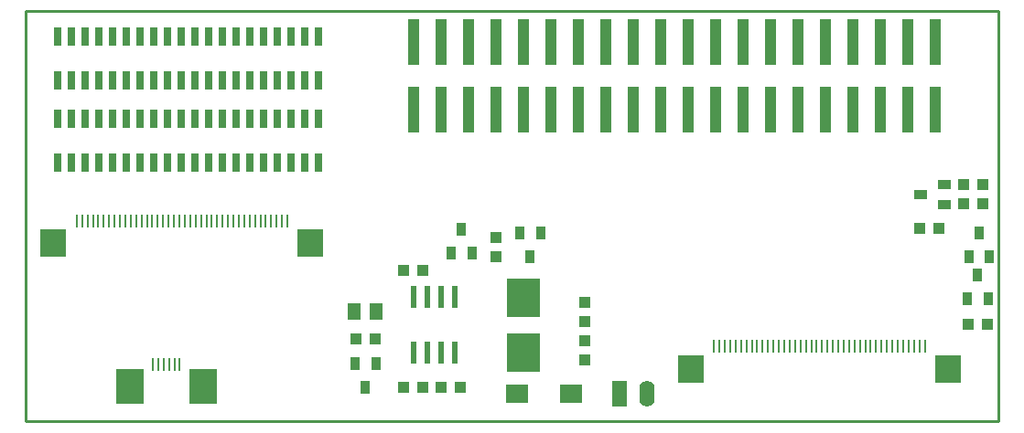
<source format=gbr>
G04 #@! TF.FileFunction,Paste,Top*
%FSLAX46Y46*%
G04 Gerber Fmt 4.6, Leading zero omitted, Abs format (unit mm)*
G04 Created by KiCad (PCBNEW 4.0.2+dfsg1-stable) date  3.05.2016 (вт) 14:52:07 EEST*
%MOMM*%
G01*
G04 APERTURE LIST*
%ADD10C,0.600000*%
%ADD11C,0.254000*%
%ADD12R,1.398400X2.398400*%
%ADD13O,1.398400X2.398400*%
%ADD14R,3.048000X3.556000*%
%ADD15R,1.016000X1.016000*%
%ADD16R,1.270000X1.524000*%
%ADD17R,2.000000X1.700000*%
%ADD18R,0.898400X1.298400*%
%ADD19R,1.298400X0.898400*%
%ADD20R,0.700000X1.800000*%
%ADD21R,0.230000X1.280000*%
%ADD22R,2.400000X2.600000*%
%ADD23R,0.498400X2.098400*%
%ADD24R,1.000000X4.250000*%
%ADD25R,0.280000X1.280000*%
%ADD26R,2.500000X3.200000*%
G04 APERTURE END LIST*
D10*
D11*
X60000000Y-42000000D02*
X60000000Y-80000000D01*
X150000000Y-42000000D02*
X60000000Y-42000000D01*
X150000000Y-80000000D02*
X150000000Y-42000000D01*
X60000000Y-80000000D02*
X150000000Y-80000000D01*
D12*
X114935000Y-77470000D03*
D13*
X117475000Y-77470000D03*
D14*
X106045000Y-73660000D03*
X106045000Y-68580000D03*
D15*
X96774000Y-66040000D03*
X94996000Y-66040000D03*
D16*
X90424000Y-69850000D03*
X92456000Y-69850000D03*
D17*
X110450000Y-77470000D03*
X105450000Y-77470000D03*
D18*
X106680000Y-64770000D03*
X105724960Y-62560200D03*
X107627420Y-62560200D03*
X91440000Y-76835000D03*
X90484960Y-74625200D03*
X92387420Y-74625200D03*
D19*
X142824200Y-58994040D03*
X145034000Y-58039000D03*
X145034000Y-59941460D03*
D20*
X62992000Y-48387000D03*
X62992000Y-44323000D03*
X64262000Y-48387000D03*
X64262000Y-44323000D03*
X65532000Y-48387000D03*
X65532000Y-44323000D03*
X66802000Y-48387000D03*
X66802000Y-44323000D03*
X68072000Y-48387000D03*
X68072000Y-44323000D03*
X69342000Y-48387000D03*
X69342000Y-44323000D03*
X70612000Y-48387000D03*
X70612000Y-44323000D03*
X71882000Y-48387000D03*
X71882000Y-44323000D03*
X73152000Y-48387000D03*
X73152000Y-44323000D03*
X74422000Y-48387000D03*
X74422000Y-44323000D03*
X87122000Y-44323000D03*
X87122000Y-48387000D03*
X85852000Y-44323000D03*
X85852000Y-48387000D03*
X84582000Y-44323000D03*
X84582000Y-48387000D03*
X83312000Y-44323000D03*
X83312000Y-48387000D03*
X82042000Y-44323000D03*
X82042000Y-48387000D03*
X80772000Y-44323000D03*
X80772000Y-48387000D03*
X79502000Y-44323000D03*
X79502000Y-48387000D03*
X78232000Y-44323000D03*
X78232000Y-48387000D03*
X76962000Y-44323000D03*
X76962000Y-48387000D03*
X75692000Y-44323000D03*
X75692000Y-48387000D03*
X62992000Y-56064000D03*
X62992000Y-52000000D03*
X64262000Y-56064000D03*
X64262000Y-52000000D03*
X65532000Y-56064000D03*
X65532000Y-52000000D03*
X66802000Y-56064000D03*
X66802000Y-52000000D03*
X68072000Y-56064000D03*
X68072000Y-52000000D03*
X69342000Y-56064000D03*
X69342000Y-52000000D03*
X70612000Y-56064000D03*
X70612000Y-52000000D03*
X71882000Y-56064000D03*
X71882000Y-52000000D03*
X73152000Y-56064000D03*
X73152000Y-52000000D03*
X74422000Y-56064000D03*
X74422000Y-52000000D03*
X87122000Y-52000000D03*
X87122000Y-56064000D03*
X85852000Y-52000000D03*
X85852000Y-56064000D03*
X84582000Y-52000000D03*
X84582000Y-56064000D03*
X83312000Y-52000000D03*
X83312000Y-56064000D03*
X82042000Y-52000000D03*
X82042000Y-56064000D03*
X80772000Y-52000000D03*
X80772000Y-56064000D03*
X79502000Y-52000000D03*
X79502000Y-56064000D03*
X78232000Y-52000000D03*
X78232000Y-56064000D03*
X76962000Y-52000000D03*
X76962000Y-56064000D03*
X75692000Y-52000000D03*
X75692000Y-56064000D03*
D21*
X84210000Y-61400000D03*
X83710000Y-61400000D03*
X83210000Y-61400000D03*
X82710000Y-61400000D03*
X82210000Y-61400000D03*
X81710000Y-61400000D03*
X81210000Y-61400000D03*
X80710000Y-61400000D03*
X80210000Y-61400000D03*
X79710000Y-61400000D03*
X79210000Y-61400000D03*
X78710000Y-61400000D03*
X78210000Y-61400000D03*
X77710000Y-61400000D03*
X77210000Y-61400000D03*
X76710000Y-61400000D03*
X76210000Y-61400000D03*
X75710000Y-61400000D03*
X75210000Y-61400000D03*
X74710000Y-61400000D03*
X74210000Y-61400000D03*
X73710000Y-61400000D03*
X73210000Y-61400000D03*
X72710000Y-61400000D03*
X72210000Y-61400000D03*
X71710000Y-61400000D03*
X71210000Y-61400000D03*
X70710000Y-61400000D03*
X70210000Y-61400000D03*
X69710000Y-61400000D03*
X69210000Y-61400000D03*
X68710000Y-61400000D03*
X68210000Y-61400000D03*
X67710000Y-61400000D03*
X67210000Y-61400000D03*
X66710000Y-61400000D03*
X66210000Y-61400000D03*
X65710000Y-61400000D03*
X65210000Y-61400000D03*
X64710000Y-61400000D03*
D22*
X86360000Y-63500000D03*
X62560000Y-63500000D03*
D21*
X143175000Y-73025000D03*
X142675000Y-73025000D03*
X142175000Y-73025000D03*
X141675000Y-73025000D03*
X141175000Y-73025000D03*
X140675000Y-73025000D03*
X140175000Y-73025000D03*
X139675000Y-73025000D03*
X139175000Y-73025000D03*
X138675000Y-73025000D03*
X138175000Y-73025000D03*
X137675000Y-73025000D03*
X137175000Y-73025000D03*
X136675000Y-73025000D03*
X136175000Y-73025000D03*
X135675000Y-73025000D03*
X135175000Y-73025000D03*
X134675000Y-73025000D03*
X134175000Y-73025000D03*
X133675000Y-73025000D03*
X133175000Y-73025000D03*
X132675000Y-73025000D03*
X132175000Y-73025000D03*
X131675000Y-73025000D03*
X131175000Y-73025000D03*
X130675000Y-73025000D03*
X130175000Y-73025000D03*
X129675000Y-73025000D03*
X129175000Y-73025000D03*
X128675000Y-73025000D03*
X128175000Y-73025000D03*
X127675000Y-73025000D03*
X127175000Y-73025000D03*
X126675000Y-73025000D03*
X126175000Y-73025000D03*
X125675000Y-73025000D03*
X125175000Y-73025000D03*
X124675000Y-73025000D03*
X124175000Y-73025000D03*
X123675000Y-73025000D03*
D22*
X145325000Y-75125000D03*
X121525000Y-75125000D03*
D18*
X148079460Y-66461640D03*
X149034500Y-68671440D03*
X147132040Y-68671440D03*
X148206460Y-62524640D03*
X149161500Y-64734440D03*
X147259040Y-64734440D03*
X100330000Y-62230000D03*
X101285040Y-64439800D03*
X99382580Y-64439800D03*
D15*
X111760000Y-74295000D03*
X111760000Y-72517000D03*
X94996000Y-76835000D03*
X96774000Y-76835000D03*
X98425000Y-76835000D03*
X100203000Y-76835000D03*
X111760000Y-70739000D03*
X111760000Y-68961000D03*
X90551000Y-72390000D03*
X92329000Y-72390000D03*
X146812000Y-58039000D03*
X146812000Y-59817000D03*
X148971000Y-70993000D03*
X147193000Y-70993000D03*
X103505000Y-64770000D03*
X103505000Y-62992000D03*
D23*
X99695000Y-68460000D03*
X98425000Y-68460000D03*
X97155000Y-68460000D03*
X95885000Y-68460000D03*
X95885000Y-73660000D03*
X97155000Y-73660000D03*
X98425000Y-73660000D03*
X99695000Y-73660000D03*
D24*
X144145000Y-44875000D03*
X144145000Y-51125000D03*
X141605000Y-44875000D03*
X141605000Y-51125000D03*
X139065000Y-44875000D03*
X139065000Y-51125000D03*
X136525000Y-44875000D03*
X136525000Y-51125000D03*
X133985000Y-44875000D03*
X133985000Y-51125000D03*
X131445000Y-44875000D03*
X131445000Y-51125000D03*
X128905000Y-44875000D03*
X128905000Y-51125000D03*
X126365000Y-44875000D03*
X126365000Y-51125000D03*
X123825000Y-44875000D03*
X123825000Y-51125000D03*
X121285000Y-44875000D03*
X121285000Y-51125000D03*
X118745000Y-44875000D03*
X118745000Y-51125000D03*
X116205000Y-44875000D03*
X116205000Y-51125000D03*
X113665000Y-44875000D03*
X113665000Y-51125000D03*
X111125000Y-44875000D03*
X111125000Y-51125000D03*
X108585000Y-44875000D03*
X108585000Y-51125000D03*
X106045000Y-44875000D03*
X106045000Y-51125000D03*
X103505000Y-44875000D03*
X103505000Y-51125000D03*
X100965000Y-44875000D03*
X100965000Y-51125000D03*
X98425000Y-44875000D03*
X98425000Y-51125000D03*
X95885000Y-44875000D03*
X95885000Y-51125000D03*
D15*
X148590000Y-58039000D03*
X148590000Y-59817000D03*
X142748000Y-62103000D03*
X144526000Y-62103000D03*
D25*
X74250000Y-74704000D03*
X73750000Y-74704000D03*
X73250000Y-74704000D03*
X72750000Y-74704000D03*
X72250000Y-74704000D03*
X71750000Y-74704000D03*
D26*
X76400000Y-76804000D03*
X69600000Y-76804000D03*
M02*

</source>
